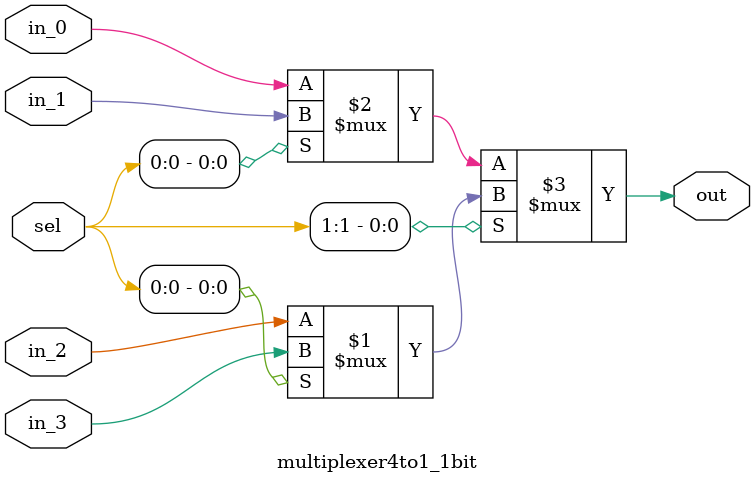
<source format=v>
module multiplexer4to1 (output[7:0] out, input[7:0] in_0, in_1, in_2, in_3, input[1:0] sel);
    assign out = (sel[1])?((sel[0])?in_3:in_2):((sel[0])?in_1:in_0);
endmodule

module multiplexer4to1_1bit (output out, input in_0, in_1, in_2, in_3, input[1:0] sel);
    assign out = (sel[1])?((sel[0])?in_3:in_2):((sel[0])?in_1:in_0);
endmodule

</source>
